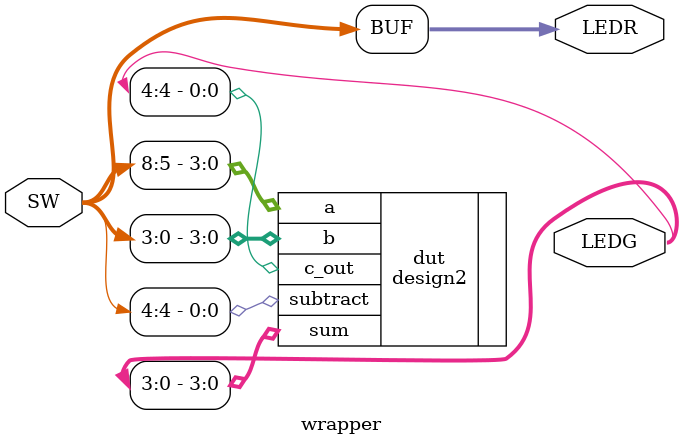
<source format=sv>
module wrapper (
  input logic [8:0] SW,
  output logic [8:0] LEDR,
  output logic [4:0] LEDG
);

design2 dut (
  .subtract(SW[4]),
  .a(SW[8:5]),
  .b(SW[3:0]),
  .c_out(LEDG[4]),
  .sum(LEDG[3:0])
);

assign LEDR = SW;

endmodule: wrapper

</source>
